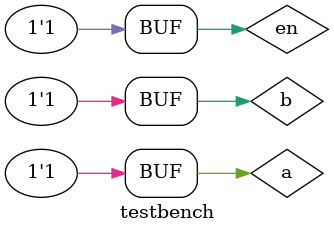
<source format=v>
module dec2_4(y,en,a,b);
input a,b,en;
output [0:3]y;
wire abar,bbar;

not g1(abar,a);
not g2(bbar,b);

and g_1(y[0],en,abar,bbar);
and g_2(y[1],en,abar,b);
and g_3(y[2],en,bbar,a);
and g_4(y[3],en,b,a);

endmodule 

module testbench;

reg a,b,en;
wire [0:3]y;

dec2_4 utt(

    .a(a),
    .b(b),
    .en(en),
    .y(y)


);

initial begin
    $dumpfile("dec2_4.vcd");
    $dumpvars(0,testbench);

    $monitor($time,"a=%b | b=%b | en=%b | y =%b",a,b,en,y);

    #5 a=0; b=0; en=1;
    #5 a=0; b=1; en=1;
    #5 a=1; b=0; en=1;
    #5 a=1; b=1; en=1;

end   
endmodule
    

</source>
